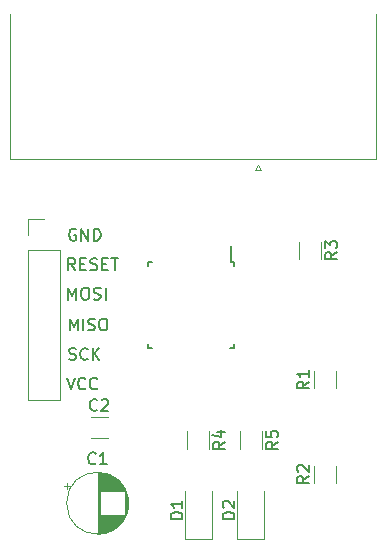
<source format=gbr>
%TF.GenerationSoftware,KiCad,Pcbnew,7.0.9*%
%TF.CreationDate,2023-12-15T19:35:31+03:00*%
%TF.ProjectId,SMD2WII,534d4432-5749-4492-9e6b-696361645f70,rev?*%
%TF.SameCoordinates,Original*%
%TF.FileFunction,Legend,Top*%
%TF.FilePolarity,Positive*%
%FSLAX46Y46*%
G04 Gerber Fmt 4.6, Leading zero omitted, Abs format (unit mm)*
G04 Created by KiCad (PCBNEW 7.0.9) date 2023-12-15 19:35:31*
%MOMM*%
%LPD*%
G01*
G04 APERTURE LIST*
%ADD10C,0.150000*%
%ADD11C,0.120000*%
G04 APERTURE END LIST*
D10*
X103236779Y-80869819D02*
X103236779Y-79869819D01*
X103236779Y-79869819D02*
X103570112Y-80584104D01*
X103570112Y-80584104D02*
X103903445Y-79869819D01*
X103903445Y-79869819D02*
X103903445Y-80869819D01*
X104379636Y-80869819D02*
X104379636Y-79869819D01*
X104808207Y-80822200D02*
X104951064Y-80869819D01*
X104951064Y-80869819D02*
X105189159Y-80869819D01*
X105189159Y-80869819D02*
X105284397Y-80822200D01*
X105284397Y-80822200D02*
X105332016Y-80774580D01*
X105332016Y-80774580D02*
X105379635Y-80679342D01*
X105379635Y-80679342D02*
X105379635Y-80584104D01*
X105379635Y-80584104D02*
X105332016Y-80488866D01*
X105332016Y-80488866D02*
X105284397Y-80441247D01*
X105284397Y-80441247D02*
X105189159Y-80393628D01*
X105189159Y-80393628D02*
X104998683Y-80346009D01*
X104998683Y-80346009D02*
X104903445Y-80298390D01*
X104903445Y-80298390D02*
X104855826Y-80250771D01*
X104855826Y-80250771D02*
X104808207Y-80155533D01*
X104808207Y-80155533D02*
X104808207Y-80060295D01*
X104808207Y-80060295D02*
X104855826Y-79965057D01*
X104855826Y-79965057D02*
X104903445Y-79917438D01*
X104903445Y-79917438D02*
X104998683Y-79869819D01*
X104998683Y-79869819D02*
X105236778Y-79869819D01*
X105236778Y-79869819D02*
X105379635Y-79917438D01*
X105998683Y-79869819D02*
X106189159Y-79869819D01*
X106189159Y-79869819D02*
X106284397Y-79917438D01*
X106284397Y-79917438D02*
X106379635Y-80012676D01*
X106379635Y-80012676D02*
X106427254Y-80203152D01*
X106427254Y-80203152D02*
X106427254Y-80536485D01*
X106427254Y-80536485D02*
X106379635Y-80726961D01*
X106379635Y-80726961D02*
X106284397Y-80822200D01*
X106284397Y-80822200D02*
X106189159Y-80869819D01*
X106189159Y-80869819D02*
X105998683Y-80869819D01*
X105998683Y-80869819D02*
X105903445Y-80822200D01*
X105903445Y-80822200D02*
X105808207Y-80726961D01*
X105808207Y-80726961D02*
X105760588Y-80536485D01*
X105760588Y-80536485D02*
X105760588Y-80203152D01*
X105760588Y-80203152D02*
X105808207Y-80012676D01*
X105808207Y-80012676D02*
X105903445Y-79917438D01*
X105903445Y-79917438D02*
X105998683Y-79869819D01*
X103189160Y-83322200D02*
X103332017Y-83369819D01*
X103332017Y-83369819D02*
X103570112Y-83369819D01*
X103570112Y-83369819D02*
X103665350Y-83322200D01*
X103665350Y-83322200D02*
X103712969Y-83274580D01*
X103712969Y-83274580D02*
X103760588Y-83179342D01*
X103760588Y-83179342D02*
X103760588Y-83084104D01*
X103760588Y-83084104D02*
X103712969Y-82988866D01*
X103712969Y-82988866D02*
X103665350Y-82941247D01*
X103665350Y-82941247D02*
X103570112Y-82893628D01*
X103570112Y-82893628D02*
X103379636Y-82846009D01*
X103379636Y-82846009D02*
X103284398Y-82798390D01*
X103284398Y-82798390D02*
X103236779Y-82750771D01*
X103236779Y-82750771D02*
X103189160Y-82655533D01*
X103189160Y-82655533D02*
X103189160Y-82560295D01*
X103189160Y-82560295D02*
X103236779Y-82465057D01*
X103236779Y-82465057D02*
X103284398Y-82417438D01*
X103284398Y-82417438D02*
X103379636Y-82369819D01*
X103379636Y-82369819D02*
X103617731Y-82369819D01*
X103617731Y-82369819D02*
X103760588Y-82417438D01*
X104760588Y-83274580D02*
X104712969Y-83322200D01*
X104712969Y-83322200D02*
X104570112Y-83369819D01*
X104570112Y-83369819D02*
X104474874Y-83369819D01*
X104474874Y-83369819D02*
X104332017Y-83322200D01*
X104332017Y-83322200D02*
X104236779Y-83226961D01*
X104236779Y-83226961D02*
X104189160Y-83131723D01*
X104189160Y-83131723D02*
X104141541Y-82941247D01*
X104141541Y-82941247D02*
X104141541Y-82798390D01*
X104141541Y-82798390D02*
X104189160Y-82607914D01*
X104189160Y-82607914D02*
X104236779Y-82512676D01*
X104236779Y-82512676D02*
X104332017Y-82417438D01*
X104332017Y-82417438D02*
X104474874Y-82369819D01*
X104474874Y-82369819D02*
X104570112Y-82369819D01*
X104570112Y-82369819D02*
X104712969Y-82417438D01*
X104712969Y-82417438D02*
X104760588Y-82465057D01*
X105189160Y-83369819D02*
X105189160Y-82369819D01*
X105760588Y-83369819D02*
X105332017Y-82798390D01*
X105760588Y-82369819D02*
X105189160Y-82941247D01*
X103760588Y-72317438D02*
X103665350Y-72269819D01*
X103665350Y-72269819D02*
X103522493Y-72269819D01*
X103522493Y-72269819D02*
X103379636Y-72317438D01*
X103379636Y-72317438D02*
X103284398Y-72412676D01*
X103284398Y-72412676D02*
X103236779Y-72507914D01*
X103236779Y-72507914D02*
X103189160Y-72698390D01*
X103189160Y-72698390D02*
X103189160Y-72841247D01*
X103189160Y-72841247D02*
X103236779Y-73031723D01*
X103236779Y-73031723D02*
X103284398Y-73126961D01*
X103284398Y-73126961D02*
X103379636Y-73222200D01*
X103379636Y-73222200D02*
X103522493Y-73269819D01*
X103522493Y-73269819D02*
X103617731Y-73269819D01*
X103617731Y-73269819D02*
X103760588Y-73222200D01*
X103760588Y-73222200D02*
X103808207Y-73174580D01*
X103808207Y-73174580D02*
X103808207Y-72841247D01*
X103808207Y-72841247D02*
X103617731Y-72841247D01*
X104236779Y-73269819D02*
X104236779Y-72269819D01*
X104236779Y-72269819D02*
X104808207Y-73269819D01*
X104808207Y-73269819D02*
X104808207Y-72269819D01*
X105284398Y-73269819D02*
X105284398Y-72269819D01*
X105284398Y-72269819D02*
X105522493Y-72269819D01*
X105522493Y-72269819D02*
X105665350Y-72317438D01*
X105665350Y-72317438D02*
X105760588Y-72412676D01*
X105760588Y-72412676D02*
X105808207Y-72507914D01*
X105808207Y-72507914D02*
X105855826Y-72698390D01*
X105855826Y-72698390D02*
X105855826Y-72841247D01*
X105855826Y-72841247D02*
X105808207Y-73031723D01*
X105808207Y-73031723D02*
X105760588Y-73126961D01*
X105760588Y-73126961D02*
X105665350Y-73222200D01*
X105665350Y-73222200D02*
X105522493Y-73269819D01*
X105522493Y-73269819D02*
X105284398Y-73269819D01*
X102993922Y-84869819D02*
X103327255Y-85869819D01*
X103327255Y-85869819D02*
X103660588Y-84869819D01*
X104565350Y-85774580D02*
X104517731Y-85822200D01*
X104517731Y-85822200D02*
X104374874Y-85869819D01*
X104374874Y-85869819D02*
X104279636Y-85869819D01*
X104279636Y-85869819D02*
X104136779Y-85822200D01*
X104136779Y-85822200D02*
X104041541Y-85726961D01*
X104041541Y-85726961D02*
X103993922Y-85631723D01*
X103993922Y-85631723D02*
X103946303Y-85441247D01*
X103946303Y-85441247D02*
X103946303Y-85298390D01*
X103946303Y-85298390D02*
X103993922Y-85107914D01*
X103993922Y-85107914D02*
X104041541Y-85012676D01*
X104041541Y-85012676D02*
X104136779Y-84917438D01*
X104136779Y-84917438D02*
X104279636Y-84869819D01*
X104279636Y-84869819D02*
X104374874Y-84869819D01*
X104374874Y-84869819D02*
X104517731Y-84917438D01*
X104517731Y-84917438D02*
X104565350Y-84965057D01*
X105565350Y-85774580D02*
X105517731Y-85822200D01*
X105517731Y-85822200D02*
X105374874Y-85869819D01*
X105374874Y-85869819D02*
X105279636Y-85869819D01*
X105279636Y-85869819D02*
X105136779Y-85822200D01*
X105136779Y-85822200D02*
X105041541Y-85726961D01*
X105041541Y-85726961D02*
X104993922Y-85631723D01*
X104993922Y-85631723D02*
X104946303Y-85441247D01*
X104946303Y-85441247D02*
X104946303Y-85298390D01*
X104946303Y-85298390D02*
X104993922Y-85107914D01*
X104993922Y-85107914D02*
X105041541Y-85012676D01*
X105041541Y-85012676D02*
X105136779Y-84917438D01*
X105136779Y-84917438D02*
X105279636Y-84869819D01*
X105279636Y-84869819D02*
X105374874Y-84869819D01*
X105374874Y-84869819D02*
X105517731Y-84917438D01*
X105517731Y-84917438D02*
X105565350Y-84965057D01*
X103708207Y-75769819D02*
X103374874Y-75293628D01*
X103136779Y-75769819D02*
X103136779Y-74769819D01*
X103136779Y-74769819D02*
X103517731Y-74769819D01*
X103517731Y-74769819D02*
X103612969Y-74817438D01*
X103612969Y-74817438D02*
X103660588Y-74865057D01*
X103660588Y-74865057D02*
X103708207Y-74960295D01*
X103708207Y-74960295D02*
X103708207Y-75103152D01*
X103708207Y-75103152D02*
X103660588Y-75198390D01*
X103660588Y-75198390D02*
X103612969Y-75246009D01*
X103612969Y-75246009D02*
X103517731Y-75293628D01*
X103517731Y-75293628D02*
X103136779Y-75293628D01*
X104136779Y-75246009D02*
X104470112Y-75246009D01*
X104612969Y-75769819D02*
X104136779Y-75769819D01*
X104136779Y-75769819D02*
X104136779Y-74769819D01*
X104136779Y-74769819D02*
X104612969Y-74769819D01*
X104993922Y-75722200D02*
X105136779Y-75769819D01*
X105136779Y-75769819D02*
X105374874Y-75769819D01*
X105374874Y-75769819D02*
X105470112Y-75722200D01*
X105470112Y-75722200D02*
X105517731Y-75674580D01*
X105517731Y-75674580D02*
X105565350Y-75579342D01*
X105565350Y-75579342D02*
X105565350Y-75484104D01*
X105565350Y-75484104D02*
X105517731Y-75388866D01*
X105517731Y-75388866D02*
X105470112Y-75341247D01*
X105470112Y-75341247D02*
X105374874Y-75293628D01*
X105374874Y-75293628D02*
X105184398Y-75246009D01*
X105184398Y-75246009D02*
X105089160Y-75198390D01*
X105089160Y-75198390D02*
X105041541Y-75150771D01*
X105041541Y-75150771D02*
X104993922Y-75055533D01*
X104993922Y-75055533D02*
X104993922Y-74960295D01*
X104993922Y-74960295D02*
X105041541Y-74865057D01*
X105041541Y-74865057D02*
X105089160Y-74817438D01*
X105089160Y-74817438D02*
X105184398Y-74769819D01*
X105184398Y-74769819D02*
X105422493Y-74769819D01*
X105422493Y-74769819D02*
X105565350Y-74817438D01*
X105993922Y-75246009D02*
X106327255Y-75246009D01*
X106470112Y-75769819D02*
X105993922Y-75769819D01*
X105993922Y-75769819D02*
X105993922Y-74769819D01*
X105993922Y-74769819D02*
X106470112Y-74769819D01*
X106755827Y-74769819D02*
X107327255Y-74769819D01*
X107041541Y-75769819D02*
X107041541Y-74769819D01*
X103136779Y-78269819D02*
X103136779Y-77269819D01*
X103136779Y-77269819D02*
X103470112Y-77984104D01*
X103470112Y-77984104D02*
X103803445Y-77269819D01*
X103803445Y-77269819D02*
X103803445Y-78269819D01*
X104470112Y-77269819D02*
X104660588Y-77269819D01*
X104660588Y-77269819D02*
X104755826Y-77317438D01*
X104755826Y-77317438D02*
X104851064Y-77412676D01*
X104851064Y-77412676D02*
X104898683Y-77603152D01*
X104898683Y-77603152D02*
X104898683Y-77936485D01*
X104898683Y-77936485D02*
X104851064Y-78126961D01*
X104851064Y-78126961D02*
X104755826Y-78222200D01*
X104755826Y-78222200D02*
X104660588Y-78269819D01*
X104660588Y-78269819D02*
X104470112Y-78269819D01*
X104470112Y-78269819D02*
X104374874Y-78222200D01*
X104374874Y-78222200D02*
X104279636Y-78126961D01*
X104279636Y-78126961D02*
X104232017Y-77936485D01*
X104232017Y-77936485D02*
X104232017Y-77603152D01*
X104232017Y-77603152D02*
X104279636Y-77412676D01*
X104279636Y-77412676D02*
X104374874Y-77317438D01*
X104374874Y-77317438D02*
X104470112Y-77269819D01*
X105279636Y-78222200D02*
X105422493Y-78269819D01*
X105422493Y-78269819D02*
X105660588Y-78269819D01*
X105660588Y-78269819D02*
X105755826Y-78222200D01*
X105755826Y-78222200D02*
X105803445Y-78174580D01*
X105803445Y-78174580D02*
X105851064Y-78079342D01*
X105851064Y-78079342D02*
X105851064Y-77984104D01*
X105851064Y-77984104D02*
X105803445Y-77888866D01*
X105803445Y-77888866D02*
X105755826Y-77841247D01*
X105755826Y-77841247D02*
X105660588Y-77793628D01*
X105660588Y-77793628D02*
X105470112Y-77746009D01*
X105470112Y-77746009D02*
X105374874Y-77698390D01*
X105374874Y-77698390D02*
X105327255Y-77650771D01*
X105327255Y-77650771D02*
X105279636Y-77555533D01*
X105279636Y-77555533D02*
X105279636Y-77460295D01*
X105279636Y-77460295D02*
X105327255Y-77365057D01*
X105327255Y-77365057D02*
X105374874Y-77317438D01*
X105374874Y-77317438D02*
X105470112Y-77269819D01*
X105470112Y-77269819D02*
X105708207Y-77269819D01*
X105708207Y-77269819D02*
X105851064Y-77317438D01*
X106279636Y-78269819D02*
X106279636Y-77269819D01*
X105428221Y-92109580D02*
X105380602Y-92157200D01*
X105380602Y-92157200D02*
X105237745Y-92204819D01*
X105237745Y-92204819D02*
X105142507Y-92204819D01*
X105142507Y-92204819D02*
X104999650Y-92157200D01*
X104999650Y-92157200D02*
X104904412Y-92061961D01*
X104904412Y-92061961D02*
X104856793Y-91966723D01*
X104856793Y-91966723D02*
X104809174Y-91776247D01*
X104809174Y-91776247D02*
X104809174Y-91633390D01*
X104809174Y-91633390D02*
X104856793Y-91442914D01*
X104856793Y-91442914D02*
X104904412Y-91347676D01*
X104904412Y-91347676D02*
X104999650Y-91252438D01*
X104999650Y-91252438D02*
X105142507Y-91204819D01*
X105142507Y-91204819D02*
X105237745Y-91204819D01*
X105237745Y-91204819D02*
X105380602Y-91252438D01*
X105380602Y-91252438D02*
X105428221Y-91300057D01*
X106380602Y-92204819D02*
X105809174Y-92204819D01*
X106094888Y-92204819D02*
X106094888Y-91204819D01*
X106094888Y-91204819D02*
X105999650Y-91347676D01*
X105999650Y-91347676D02*
X105904412Y-91442914D01*
X105904412Y-91442914D02*
X105809174Y-91490533D01*
X120874819Y-90316666D02*
X120398628Y-90649999D01*
X120874819Y-90888094D02*
X119874819Y-90888094D01*
X119874819Y-90888094D02*
X119874819Y-90507142D01*
X119874819Y-90507142D02*
X119922438Y-90411904D01*
X119922438Y-90411904D02*
X119970057Y-90364285D01*
X119970057Y-90364285D02*
X120065295Y-90316666D01*
X120065295Y-90316666D02*
X120208152Y-90316666D01*
X120208152Y-90316666D02*
X120303390Y-90364285D01*
X120303390Y-90364285D02*
X120351009Y-90411904D01*
X120351009Y-90411904D02*
X120398628Y-90507142D01*
X120398628Y-90507142D02*
X120398628Y-90888094D01*
X119874819Y-89411904D02*
X119874819Y-89888094D01*
X119874819Y-89888094D02*
X120351009Y-89935713D01*
X120351009Y-89935713D02*
X120303390Y-89888094D01*
X120303390Y-89888094D02*
X120255771Y-89792856D01*
X120255771Y-89792856D02*
X120255771Y-89554761D01*
X120255771Y-89554761D02*
X120303390Y-89459523D01*
X120303390Y-89459523D02*
X120351009Y-89411904D01*
X120351009Y-89411904D02*
X120446247Y-89364285D01*
X120446247Y-89364285D02*
X120684342Y-89364285D01*
X120684342Y-89364285D02*
X120779580Y-89411904D01*
X120779580Y-89411904D02*
X120827200Y-89459523D01*
X120827200Y-89459523D02*
X120874819Y-89554761D01*
X120874819Y-89554761D02*
X120874819Y-89792856D01*
X120874819Y-89792856D02*
X120827200Y-89888094D01*
X120827200Y-89888094D02*
X120779580Y-89935713D01*
X123484819Y-93216666D02*
X123008628Y-93549999D01*
X123484819Y-93788094D02*
X122484819Y-93788094D01*
X122484819Y-93788094D02*
X122484819Y-93407142D01*
X122484819Y-93407142D02*
X122532438Y-93311904D01*
X122532438Y-93311904D02*
X122580057Y-93264285D01*
X122580057Y-93264285D02*
X122675295Y-93216666D01*
X122675295Y-93216666D02*
X122818152Y-93216666D01*
X122818152Y-93216666D02*
X122913390Y-93264285D01*
X122913390Y-93264285D02*
X122961009Y-93311904D01*
X122961009Y-93311904D02*
X123008628Y-93407142D01*
X123008628Y-93407142D02*
X123008628Y-93788094D01*
X122580057Y-92835713D02*
X122532438Y-92788094D01*
X122532438Y-92788094D02*
X122484819Y-92692856D01*
X122484819Y-92692856D02*
X122484819Y-92454761D01*
X122484819Y-92454761D02*
X122532438Y-92359523D01*
X122532438Y-92359523D02*
X122580057Y-92311904D01*
X122580057Y-92311904D02*
X122675295Y-92264285D01*
X122675295Y-92264285D02*
X122770533Y-92264285D01*
X122770533Y-92264285D02*
X122913390Y-92311904D01*
X122913390Y-92311904D02*
X123484819Y-92883332D01*
X123484819Y-92883332D02*
X123484819Y-92264285D01*
X125874819Y-74266666D02*
X125398628Y-74599999D01*
X125874819Y-74838094D02*
X124874819Y-74838094D01*
X124874819Y-74838094D02*
X124874819Y-74457142D01*
X124874819Y-74457142D02*
X124922438Y-74361904D01*
X124922438Y-74361904D02*
X124970057Y-74314285D01*
X124970057Y-74314285D02*
X125065295Y-74266666D01*
X125065295Y-74266666D02*
X125208152Y-74266666D01*
X125208152Y-74266666D02*
X125303390Y-74314285D01*
X125303390Y-74314285D02*
X125351009Y-74361904D01*
X125351009Y-74361904D02*
X125398628Y-74457142D01*
X125398628Y-74457142D02*
X125398628Y-74838094D01*
X124874819Y-73933332D02*
X124874819Y-73314285D01*
X124874819Y-73314285D02*
X125255771Y-73647618D01*
X125255771Y-73647618D02*
X125255771Y-73504761D01*
X125255771Y-73504761D02*
X125303390Y-73409523D01*
X125303390Y-73409523D02*
X125351009Y-73361904D01*
X125351009Y-73361904D02*
X125446247Y-73314285D01*
X125446247Y-73314285D02*
X125684342Y-73314285D01*
X125684342Y-73314285D02*
X125779580Y-73361904D01*
X125779580Y-73361904D02*
X125827200Y-73409523D01*
X125827200Y-73409523D02*
X125874819Y-73504761D01*
X125874819Y-73504761D02*
X125874819Y-73790475D01*
X125874819Y-73790475D02*
X125827200Y-73885713D01*
X125827200Y-73885713D02*
X125779580Y-73933332D01*
X105570833Y-87609580D02*
X105523214Y-87657200D01*
X105523214Y-87657200D02*
X105380357Y-87704819D01*
X105380357Y-87704819D02*
X105285119Y-87704819D01*
X105285119Y-87704819D02*
X105142262Y-87657200D01*
X105142262Y-87657200D02*
X105047024Y-87561961D01*
X105047024Y-87561961D02*
X104999405Y-87466723D01*
X104999405Y-87466723D02*
X104951786Y-87276247D01*
X104951786Y-87276247D02*
X104951786Y-87133390D01*
X104951786Y-87133390D02*
X104999405Y-86942914D01*
X104999405Y-86942914D02*
X105047024Y-86847676D01*
X105047024Y-86847676D02*
X105142262Y-86752438D01*
X105142262Y-86752438D02*
X105285119Y-86704819D01*
X105285119Y-86704819D02*
X105380357Y-86704819D01*
X105380357Y-86704819D02*
X105523214Y-86752438D01*
X105523214Y-86752438D02*
X105570833Y-86800057D01*
X105951786Y-86800057D02*
X105999405Y-86752438D01*
X105999405Y-86752438D02*
X106094643Y-86704819D01*
X106094643Y-86704819D02*
X106332738Y-86704819D01*
X106332738Y-86704819D02*
X106427976Y-86752438D01*
X106427976Y-86752438D02*
X106475595Y-86800057D01*
X106475595Y-86800057D02*
X106523214Y-86895295D01*
X106523214Y-86895295D02*
X106523214Y-86990533D01*
X106523214Y-86990533D02*
X106475595Y-87133390D01*
X106475595Y-87133390D02*
X105904167Y-87704819D01*
X105904167Y-87704819D02*
X106523214Y-87704819D01*
X117184819Y-96825594D02*
X116184819Y-96825594D01*
X116184819Y-96825594D02*
X116184819Y-96587499D01*
X116184819Y-96587499D02*
X116232438Y-96444642D01*
X116232438Y-96444642D02*
X116327676Y-96349404D01*
X116327676Y-96349404D02*
X116422914Y-96301785D01*
X116422914Y-96301785D02*
X116613390Y-96254166D01*
X116613390Y-96254166D02*
X116756247Y-96254166D01*
X116756247Y-96254166D02*
X116946723Y-96301785D01*
X116946723Y-96301785D02*
X117041961Y-96349404D01*
X117041961Y-96349404D02*
X117137200Y-96444642D01*
X117137200Y-96444642D02*
X117184819Y-96587499D01*
X117184819Y-96587499D02*
X117184819Y-96825594D01*
X116280057Y-95873213D02*
X116232438Y-95825594D01*
X116232438Y-95825594D02*
X116184819Y-95730356D01*
X116184819Y-95730356D02*
X116184819Y-95492261D01*
X116184819Y-95492261D02*
X116232438Y-95397023D01*
X116232438Y-95397023D02*
X116280057Y-95349404D01*
X116280057Y-95349404D02*
X116375295Y-95301785D01*
X116375295Y-95301785D02*
X116470533Y-95301785D01*
X116470533Y-95301785D02*
X116613390Y-95349404D01*
X116613390Y-95349404D02*
X117184819Y-95920832D01*
X117184819Y-95920832D02*
X117184819Y-95301785D01*
X123484819Y-85216666D02*
X123008628Y-85549999D01*
X123484819Y-85788094D02*
X122484819Y-85788094D01*
X122484819Y-85788094D02*
X122484819Y-85407142D01*
X122484819Y-85407142D02*
X122532438Y-85311904D01*
X122532438Y-85311904D02*
X122580057Y-85264285D01*
X122580057Y-85264285D02*
X122675295Y-85216666D01*
X122675295Y-85216666D02*
X122818152Y-85216666D01*
X122818152Y-85216666D02*
X122913390Y-85264285D01*
X122913390Y-85264285D02*
X122961009Y-85311904D01*
X122961009Y-85311904D02*
X123008628Y-85407142D01*
X123008628Y-85407142D02*
X123008628Y-85788094D01*
X123484819Y-84264285D02*
X123484819Y-84835713D01*
X123484819Y-84549999D02*
X122484819Y-84549999D01*
X122484819Y-84549999D02*
X122627676Y-84645237D01*
X122627676Y-84645237D02*
X122722914Y-84740475D01*
X122722914Y-84740475D02*
X122770533Y-84835713D01*
X112784819Y-96825594D02*
X111784819Y-96825594D01*
X111784819Y-96825594D02*
X111784819Y-96587499D01*
X111784819Y-96587499D02*
X111832438Y-96444642D01*
X111832438Y-96444642D02*
X111927676Y-96349404D01*
X111927676Y-96349404D02*
X112022914Y-96301785D01*
X112022914Y-96301785D02*
X112213390Y-96254166D01*
X112213390Y-96254166D02*
X112356247Y-96254166D01*
X112356247Y-96254166D02*
X112546723Y-96301785D01*
X112546723Y-96301785D02*
X112641961Y-96349404D01*
X112641961Y-96349404D02*
X112737200Y-96444642D01*
X112737200Y-96444642D02*
X112784819Y-96587499D01*
X112784819Y-96587499D02*
X112784819Y-96825594D01*
X112784819Y-95301785D02*
X112784819Y-95873213D01*
X112784819Y-95587499D02*
X111784819Y-95587499D01*
X111784819Y-95587499D02*
X111927676Y-95682737D01*
X111927676Y-95682737D02*
X112022914Y-95777975D01*
X112022914Y-95777975D02*
X112070533Y-95873213D01*
X116374819Y-90316666D02*
X115898628Y-90649999D01*
X116374819Y-90888094D02*
X115374819Y-90888094D01*
X115374819Y-90888094D02*
X115374819Y-90507142D01*
X115374819Y-90507142D02*
X115422438Y-90411904D01*
X115422438Y-90411904D02*
X115470057Y-90364285D01*
X115470057Y-90364285D02*
X115565295Y-90316666D01*
X115565295Y-90316666D02*
X115708152Y-90316666D01*
X115708152Y-90316666D02*
X115803390Y-90364285D01*
X115803390Y-90364285D02*
X115851009Y-90411904D01*
X115851009Y-90411904D02*
X115898628Y-90507142D01*
X115898628Y-90507142D02*
X115898628Y-90888094D01*
X115708152Y-89459523D02*
X116374819Y-89459523D01*
X115327200Y-89697618D02*
X116041485Y-89935713D01*
X116041485Y-89935713D02*
X116041485Y-89316666D01*
D11*
%TO.C,C1*%
X102790113Y-94025000D02*
X103290113Y-94025000D01*
X103040113Y-93775000D02*
X103040113Y-94275000D01*
X105594888Y-92920000D02*
X105594888Y-98080000D01*
X105634888Y-92920000D02*
X105634888Y-98080000D01*
X105674888Y-92921000D02*
X105674888Y-98079000D01*
X105714888Y-92922000D02*
X105714888Y-98078000D01*
X105754888Y-92924000D02*
X105754888Y-98076000D01*
X105794888Y-92927000D02*
X105794888Y-98073000D01*
X105834888Y-92931000D02*
X105834888Y-94460000D01*
X105834888Y-96540000D02*
X105834888Y-98069000D01*
X105874888Y-92935000D02*
X105874888Y-94460000D01*
X105874888Y-96540000D02*
X105874888Y-98065000D01*
X105914888Y-92939000D02*
X105914888Y-94460000D01*
X105914888Y-96540000D02*
X105914888Y-98061000D01*
X105954888Y-92944000D02*
X105954888Y-94460000D01*
X105954888Y-96540000D02*
X105954888Y-98056000D01*
X105994888Y-92950000D02*
X105994888Y-94460000D01*
X105994888Y-96540000D02*
X105994888Y-98050000D01*
X106034888Y-92957000D02*
X106034888Y-94460000D01*
X106034888Y-96540000D02*
X106034888Y-98043000D01*
X106074888Y-92964000D02*
X106074888Y-94460000D01*
X106074888Y-96540000D02*
X106074888Y-98036000D01*
X106114888Y-92972000D02*
X106114888Y-94460000D01*
X106114888Y-96540000D02*
X106114888Y-98028000D01*
X106154888Y-92980000D02*
X106154888Y-94460000D01*
X106154888Y-96540000D02*
X106154888Y-98020000D01*
X106194888Y-92989000D02*
X106194888Y-94460000D01*
X106194888Y-96540000D02*
X106194888Y-98011000D01*
X106234888Y-92999000D02*
X106234888Y-94460000D01*
X106234888Y-96540000D02*
X106234888Y-98001000D01*
X106274888Y-93009000D02*
X106274888Y-94460000D01*
X106274888Y-96540000D02*
X106274888Y-97991000D01*
X106315888Y-93020000D02*
X106315888Y-94460000D01*
X106315888Y-96540000D02*
X106315888Y-97980000D01*
X106355888Y-93032000D02*
X106355888Y-94460000D01*
X106355888Y-96540000D02*
X106355888Y-97968000D01*
X106395888Y-93045000D02*
X106395888Y-94460000D01*
X106395888Y-96540000D02*
X106395888Y-97955000D01*
X106435888Y-93058000D02*
X106435888Y-94460000D01*
X106435888Y-96540000D02*
X106435888Y-97942000D01*
X106475888Y-93072000D02*
X106475888Y-94460000D01*
X106475888Y-96540000D02*
X106475888Y-97928000D01*
X106515888Y-93086000D02*
X106515888Y-94460000D01*
X106515888Y-96540000D02*
X106515888Y-97914000D01*
X106555888Y-93102000D02*
X106555888Y-94460000D01*
X106555888Y-96540000D02*
X106555888Y-97898000D01*
X106595888Y-93118000D02*
X106595888Y-94460000D01*
X106595888Y-96540000D02*
X106595888Y-97882000D01*
X106635888Y-93135000D02*
X106635888Y-94460000D01*
X106635888Y-96540000D02*
X106635888Y-97865000D01*
X106675888Y-93152000D02*
X106675888Y-94460000D01*
X106675888Y-96540000D02*
X106675888Y-97848000D01*
X106715888Y-93171000D02*
X106715888Y-94460000D01*
X106715888Y-96540000D02*
X106715888Y-97829000D01*
X106755888Y-93190000D02*
X106755888Y-94460000D01*
X106755888Y-96540000D02*
X106755888Y-97810000D01*
X106795888Y-93210000D02*
X106795888Y-94460000D01*
X106795888Y-96540000D02*
X106795888Y-97790000D01*
X106835888Y-93232000D02*
X106835888Y-94460000D01*
X106835888Y-96540000D02*
X106835888Y-97768000D01*
X106875888Y-93253000D02*
X106875888Y-94460000D01*
X106875888Y-96540000D02*
X106875888Y-97747000D01*
X106915888Y-93276000D02*
X106915888Y-94460000D01*
X106915888Y-96540000D02*
X106915888Y-97724000D01*
X106955888Y-93300000D02*
X106955888Y-94460000D01*
X106955888Y-96540000D02*
X106955888Y-97700000D01*
X106995888Y-93325000D02*
X106995888Y-94460000D01*
X106995888Y-96540000D02*
X106995888Y-97675000D01*
X107035888Y-93351000D02*
X107035888Y-94460000D01*
X107035888Y-96540000D02*
X107035888Y-97649000D01*
X107075888Y-93378000D02*
X107075888Y-94460000D01*
X107075888Y-96540000D02*
X107075888Y-97622000D01*
X107115888Y-93405000D02*
X107115888Y-94460000D01*
X107115888Y-96540000D02*
X107115888Y-97595000D01*
X107155888Y-93435000D02*
X107155888Y-94460000D01*
X107155888Y-96540000D02*
X107155888Y-97565000D01*
X107195888Y-93465000D02*
X107195888Y-94460000D01*
X107195888Y-96540000D02*
X107195888Y-97535000D01*
X107235888Y-93496000D02*
X107235888Y-94460000D01*
X107235888Y-96540000D02*
X107235888Y-97504000D01*
X107275888Y-93529000D02*
X107275888Y-94460000D01*
X107275888Y-96540000D02*
X107275888Y-97471000D01*
X107315888Y-93563000D02*
X107315888Y-94460000D01*
X107315888Y-96540000D02*
X107315888Y-97437000D01*
X107355888Y-93599000D02*
X107355888Y-94460000D01*
X107355888Y-96540000D02*
X107355888Y-97401000D01*
X107395888Y-93636000D02*
X107395888Y-94460000D01*
X107395888Y-96540000D02*
X107395888Y-97364000D01*
X107435888Y-93674000D02*
X107435888Y-94460000D01*
X107435888Y-96540000D02*
X107435888Y-97326000D01*
X107475888Y-93715000D02*
X107475888Y-94460000D01*
X107475888Y-96540000D02*
X107475888Y-97285000D01*
X107515888Y-93757000D02*
X107515888Y-94460000D01*
X107515888Y-96540000D02*
X107515888Y-97243000D01*
X107555888Y-93801000D02*
X107555888Y-94460000D01*
X107555888Y-96540000D02*
X107555888Y-97199000D01*
X107595888Y-93847000D02*
X107595888Y-94460000D01*
X107595888Y-96540000D02*
X107595888Y-97153000D01*
X107635888Y-93895000D02*
X107635888Y-94460000D01*
X107635888Y-96540000D02*
X107635888Y-97105000D01*
X107675888Y-93946000D02*
X107675888Y-94460000D01*
X107675888Y-96540000D02*
X107675888Y-97054000D01*
X107715888Y-94000000D02*
X107715888Y-94460000D01*
X107715888Y-96540000D02*
X107715888Y-97000000D01*
X107755888Y-94057000D02*
X107755888Y-94460000D01*
X107755888Y-96540000D02*
X107755888Y-96943000D01*
X107795888Y-94117000D02*
X107795888Y-94460000D01*
X107795888Y-96540000D02*
X107795888Y-96883000D01*
X107835888Y-94181000D02*
X107835888Y-94460000D01*
X107835888Y-96540000D02*
X107835888Y-96819000D01*
X107875888Y-94249000D02*
X107875888Y-94460000D01*
X107875888Y-96540000D02*
X107875888Y-96751000D01*
X107915888Y-94322000D02*
X107915888Y-96678000D01*
X107955888Y-94402000D02*
X107955888Y-96598000D01*
X107995888Y-94489000D02*
X107995888Y-96511000D01*
X108035888Y-94585000D02*
X108035888Y-96415000D01*
X108075888Y-94695000D02*
X108075888Y-96305000D01*
X108115888Y-94823000D02*
X108115888Y-96177000D01*
X108155888Y-94982000D02*
X108155888Y-96018000D01*
X108195888Y-95216000D02*
X108195888Y-95784000D01*
X108214888Y-95500000D02*
G75*
G03*
X108214888Y-95500000I-2620000J0D01*
G01*
%TO.C,R5*%
X119510000Y-89422936D02*
X119510000Y-90877064D01*
X117690000Y-89422936D02*
X117690000Y-90877064D01*
%TO.C,R2*%
X123940000Y-93777064D02*
X123940000Y-92322936D01*
X125760000Y-93777064D02*
X125760000Y-92322936D01*
%TO.C,R3*%
X124510000Y-73372936D02*
X124510000Y-74827064D01*
X122690000Y-73372936D02*
X122690000Y-74827064D01*
%TO.C,C2*%
X105026248Y-88190000D02*
X106448752Y-88190000D01*
X105026248Y-90010000D02*
X106448752Y-90010000D01*
%TO.C,J2*%
X129145000Y-66390331D02*
X98175000Y-66390331D01*
X129145000Y-54050331D02*
X129145000Y-66390331D01*
X119450000Y-67284669D02*
X118950000Y-67284669D01*
X119200000Y-66851656D02*
X119450000Y-67284669D01*
X118950000Y-67284669D02*
X119200000Y-66851656D01*
X98175000Y-66390331D02*
X98175000Y-54050331D01*
%TO.C,D2*%
X117415000Y-98547500D02*
X119685000Y-98547500D01*
X119685000Y-98547500D02*
X119685000Y-94487500D01*
X117415000Y-94487500D02*
X117415000Y-98547500D01*
D10*
%TO.C,U1*%
X117125000Y-75125000D02*
X116900000Y-75125000D01*
X117125000Y-75125000D02*
X117125000Y-75450000D01*
X116900000Y-75125000D02*
X116900000Y-73700000D01*
X109875000Y-75125000D02*
X110200000Y-75125000D01*
X109875000Y-75125000D02*
X109875000Y-75450000D01*
X117125000Y-82375000D02*
X117125000Y-82050000D01*
X117125000Y-82375000D02*
X116800000Y-82375000D01*
X109875000Y-82375000D02*
X109875000Y-82050000D01*
X109875000Y-82375000D02*
X110200000Y-82375000D01*
D11*
%TO.C,R1*%
X123940000Y-85777064D02*
X123940000Y-84322936D01*
X125760000Y-85777064D02*
X125760000Y-84322936D01*
%TO.C,D1*%
X113015000Y-98547500D02*
X115285000Y-98547500D01*
X115285000Y-98547500D02*
X115285000Y-94487500D01*
X113015000Y-94487500D02*
X113015000Y-98547500D01*
%TO.C,J3*%
X99720000Y-71440000D02*
X101050000Y-71440000D01*
X99720000Y-72770000D02*
X99720000Y-71440000D01*
X99720000Y-74040000D02*
X99720000Y-86800000D01*
X99720000Y-74040000D02*
X102380000Y-74040000D01*
X99720000Y-86800000D02*
X102380000Y-86800000D01*
X102380000Y-74040000D02*
X102380000Y-86800000D01*
%TO.C,R4*%
X115010000Y-89422936D02*
X115010000Y-90877064D01*
X113190000Y-89422936D02*
X113190000Y-90877064D01*
%TD*%
M02*

</source>
